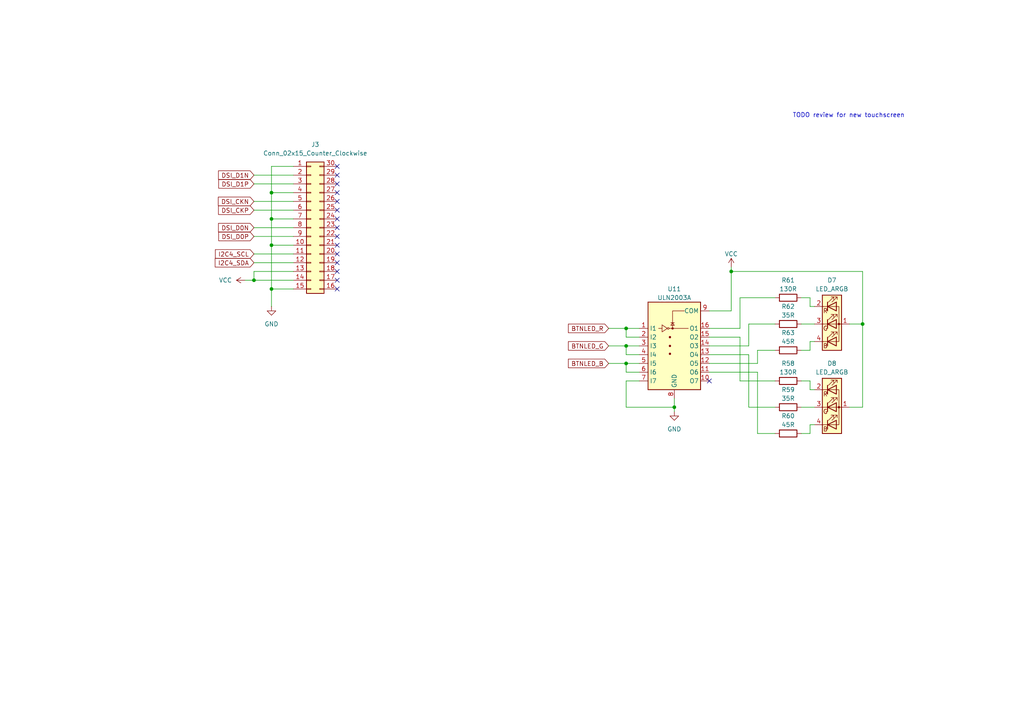
<source format=kicad_sch>
(kicad_sch (version 20231120) (generator "eeschema") (generator_version "8.0")
  (paper "A4")
  (lib_symbols
    (symbol "Connector_Generic:Conn_02x15_Counter_Clockwise" (pin_names (offset 1.016) hide)
      (property "Reference" "J" (at 1.27 20.32 0))
      (property "Value" "Conn_02x15_Counter_Clockwise" (at 1.27 -20.32 0))
      (symbol "Conn_02x15_Counter_Clockwise_1_1"
        (rectangle (start -1.27 -17.653) (end 0 -17.907) (stroke (width 0.1524)))
        (rectangle (start -1.27 -15.113) (end 0 -15.367) (stroke (width 0.1524)))
        (rectangle (start -1.27 -12.573) (end 0 -12.827) (stroke (width 0.1524)))
        (rectangle (start -1.27 -10.033) (end 0 -10.287) (stroke (width 0.1524)))
        (rectangle (start -1.27 -7.493) (end 0 -7.747) (stroke (width 0.1524)))
        (rectangle (start -1.27 -4.953) (end 0 -5.207) (stroke (width 0.1524)))
        (rectangle (start -1.27 -2.413) (end 0 -2.667) (stroke (width 0.1524)))
        (rectangle (start -1.27 0.127) (end 0 -0.127) (stroke (width 0.1524)))
        (rectangle (start -1.27 2.667) (end 0 2.413) (stroke (width 0.1524)))
        (rectangle (start -1.27 5.207) (end 0 4.953) (stroke (width 0.1524)))
        (rectangle (start -1.27 7.747) (end 0 7.493) (stroke (width 0.1524)))
        (rectangle (start -1.27 10.287) (end 0 10.033) (stroke (width 0.1524)))
        (rectangle (start -1.27 12.827) (end 0 12.573) (stroke (width 0.1524)))
        (rectangle (start -1.27 15.367) (end 0 15.113) (stroke (width 0.1524)))
        (rectangle (start -1.27 17.907) (end 0 17.653) (stroke (width 0.1524)))
        (rectangle (start -1.27 19.05) (end 3.81 -19.05) (stroke (width 0.254)) (fill (type background)))
        (rectangle (start 3.81 -17.653) (end 2.54 -17.907) (stroke (width 0.1524)))
        (rectangle (start 3.81 -15.113) (end 2.54 -15.367) (stroke (width 0.1524)))
        (rectangle (start 3.81 -12.573) (end 2.54 -12.827) (stroke (width 0.1524)))
        (rectangle (start 3.81 -10.033) (end 2.54 -10.287) (stroke (width 0.1524)))
        (rectangle (start 3.81 -7.493) (end 2.54 -7.747) (stroke (width 0.1524)))
        (rectangle (start 3.81 -4.953) (end 2.54 -5.207) (stroke (width 0.1524)))
        (rectangle (start 3.81 -2.413) (end 2.54 -2.667) (stroke (width 0.1524)))
        (rectangle (start 3.81 0.127) (end 2.54 -0.127) (stroke (width 0.1524)))
        (rectangle (start 3.81 2.667) (end 2.54 2.413) (stroke (width 0.1524)))
        (rectangle (start 3.81 5.207) (end 2.54 4.953) (stroke (width 0.1524)))
        (rectangle (start 3.81 7.747) (end 2.54 7.493) (stroke (width 0.1524)))
        (rectangle (start 3.81 10.287) (end 2.54 10.033) (stroke (width 0.1524)))
        (rectangle (start 3.81 12.827) (end 2.54 12.573) (stroke (width 0.1524)))
        (rectangle (start 3.81 15.367) (end 2.54 15.113) (stroke (width 0.1524)))
        (rectangle (start 3.81 17.907) (end 2.54 17.653) (stroke (width 0.1524)))
        (pin passive line (at -5.08 17.78 0) (length 3.81) (name "Pin_1") (number "1"))
        (pin passive line (at -5.08 -5.08 0) (length 3.81) (name "Pin_10") (number "10"))
        (pin passive line (at -5.08 -7.62 0) (length 3.81) (name "Pin_11") (number "11"))
        (pin passive line (at -5.08 -10.16 0) (length 3.81) (name "Pin_12") (number "12"))
        (pin passive line (at -5.08 -12.7 0) (length 3.81) (name "Pin_13") (number "13"))
        (pin passive line (at -5.08 -15.24 0) (length 3.81) (name "Pin_14") (number "14"))
        (pin passive line (at -5.08 -17.78 0) (length 3.81) (name "Pin_15") (number "15"))
        (pin passive line (at 7.62 -17.78 180) (length 3.81) (name "Pin_16") (number "16"))
        (pin passive line (at 7.62 -15.24 180) (length 3.81) (name "Pin_17") (number "17"))
        (pin passive line (at 7.62 -12.7 180) (length 3.81) (name "Pin_18") (number "18"))
        (pin passive line (at 7.62 -10.16 180) (length 3.81) (name "Pin_19") (number "19"))
        (pin passive line (at -5.08 15.24 0) (length 3.81) (name "Pin_2") (number "2"))
        (pin passive line (at 7.62 -7.62 180) (length 3.81) (name "Pin_20") (number "20"))
        (pin passive line (at 7.62 -5.08 180) (length 3.81) (name "Pin_21") (number "21"))
        (pin passive line (at 7.62 -2.54 180) (length 3.81) (name "Pin_22") (number "22"))
        (pin passive line (at 7.62 0 180) (length 3.81) (name "Pin_23") (number "23"))
        (pin passive line (at 7.62 2.54 180) (length 3.81) (name "Pin_24") (number "24"))
        (pin passive line (at 7.62 5.08 180) (length 3.81) (name "Pin_25") (number "25"))
        (pin passive line (at 7.62 7.62 180) (length 3.81) (name "Pin_26") (number "26"))
        (pin passive line (at 7.62 10.16 180) (length 3.81) (name "Pin_27") (number "27"))
        (pin passive line (at 7.62 12.7 180) (length 3.81) (name "Pin_28") (number "28"))
        (pin passive line (at 7.62 15.24 180) (length 3.81) (name "Pin_29") (number "29"))
        (pin passive line (at -5.08 12.7 0) (length 3.81) (name "Pin_3") (number "3"))
        (pin passive line (at 7.62 17.78 180) (length 3.81) (name "Pin_30") (number "30"))
        (pin passive line (at -5.08 10.16 0) (length 3.81) (name "Pin_4") (number "4"))
        (pin passive line (at -5.08 7.62 0) (length 3.81) (name "Pin_5") (number "5"))
        (pin passive line (at -5.08 5.08 0) (length 3.81) (name "Pin_6") (number "6"))
        (pin passive line (at -5.08 2.54 0) (length 3.81) (name "Pin_7") (number "7"))
        (pin passive line (at -5.08 0 0) (length 3.81) (name "Pin_8") (number "8"))
        (pin passive line (at -5.08 -2.54 0) (length 3.81) (name "Pin_9") (number "9"))
      )
    )
    (symbol "Device:LED_ARGB" (pin_names (offset 0) hide)
      (property "Reference" "D" (at 0 9.398 0))
      (property "Value" "LED_ARGB" (at 0 -8.89 0))
      (symbol "LED_ARGB_0_0"
        (text "B" (at -1.905 -6.35 0) (effects (font (size 1.27 1.27))))
        (text "G" (at -1.905 -1.27 0) (effects (font (size 1.27 1.27))))
        (text "R" (at -1.905 3.81 0) (effects (font (size 1.27 1.27))))
      )
      (symbol "LED_ARGB_0_1"
        (polyline (pts (xy -1.27 -5.08) (xy -2.54 -5.08)))
        (polyline (pts (xy -1.27 -5.08) (xy 1.27 -5.08)))
        (polyline (pts (xy -1.27 -3.81) (xy -1.27 -6.35)) (stroke (width 0.254)))
        (polyline (pts (xy -1.27 0) (xy -2.54 0)))
        (polyline (pts (xy -1.27 1.27) (xy -1.27 -1.27)) (stroke (width 0.254)))
        (polyline (pts (xy -1.27 5.08) (xy -2.54 5.08)))
        (polyline (pts (xy -1.27 5.08) (xy 1.27 5.08)))
        (polyline (pts (xy -1.27 6.35) (xy -1.27 3.81)) (stroke (width 0.254)))
        (polyline (pts (xy 1.27 0) (xy -1.27 0)))
        (polyline (pts (xy 1.27 0) (xy 2.54 0)))
        (polyline (pts (xy -1.27 1.27) (xy -1.27 -1.27) (xy -1.27 -1.27)))
        (polyline (pts (xy -1.27 6.35) (xy -1.27 3.81) (xy -1.27 3.81)))
        (polyline (pts (xy 1.27 -5.08) (xy 2.032 -5.08) (xy 2.032 5.08) (xy 1.27 5.08)))
        (polyline (pts (xy 1.27 -3.81) (xy 1.27 -6.35) (xy -1.27 -5.08) (xy 1.27 -3.81)) (stroke (width 0.254)))
        (polyline (pts (xy 1.27 1.27) (xy 1.27 -1.27) (xy -1.27 0) (xy 1.27 1.27)) (stroke (width 0.254)))
        (polyline (pts (xy 1.27 6.35) (xy 1.27 3.81) (xy -1.27 5.08) (xy 1.27 6.35)) (stroke (width 0.254)))
        (polyline (pts (xy -1.016 -3.81) (xy 0.508 -2.286) (xy -0.254 -2.286) (xy 0.508 -2.286) (xy 0.508 -3.048)))
        (polyline (pts (xy -1.016 1.27) (xy 0.508 2.794) (xy -0.254 2.794) (xy 0.508 2.794) (xy 0.508 2.032)))
        (polyline (pts (xy -1.016 6.35) (xy 0.508 7.874) (xy -0.254 7.874) (xy 0.508 7.874) (xy 0.508 7.112)))
        (polyline (pts (xy 0 -3.81) (xy 1.524 -2.286) (xy 0.762 -2.286) (xy 1.524 -2.286) (xy 1.524 -3.048)))
        (polyline (pts (xy 0 1.27) (xy 1.524 2.794) (xy 0.762 2.794) (xy 1.524 2.794) (xy 1.524 2.032)))
        (polyline (pts (xy 0 6.35) (xy 1.524 7.874) (xy 0.762 7.874) (xy 1.524 7.874) (xy 1.524 7.112)))
        (rectangle (start 1.27 -1.27) (end 1.27 1.27))
        (rectangle (start 1.27 1.27) (end 1.27 1.27))
        (rectangle (start 1.27 3.81) (end 1.27 6.35))
        (rectangle (start 1.27 6.35) (end 1.27 6.35))
        (circle (center 2.032 0) (radius 0.254) (fill (type outline)))
        (rectangle (start 2.794 8.382) (end -2.794 -7.62) (stroke (width 0.254)) (fill (type background)))
      )
      (symbol "LED_ARGB_1_1"
        (pin passive line (at 5.08 0 180) (length 2.54) (name "A") (number "1"))
        (pin passive line (at -5.08 5.08 0) (length 2.54) (name "RK") (number "2"))
        (pin passive line (at -5.08 0 0) (length 2.54) (name "GK") (number "3"))
        (pin passive line (at -5.08 -5.08 0) (length 2.54) (name "BK") (number "4"))
      )
    )
    (symbol "Device:R" (pin_numbers hide) (pin_names (offset 0))
      (property "Reference" "R" (at 2.032 0 90))
      (property "Value" "R" (at 0 0 90))
      (symbol "R_0_1"
        (rectangle (start -1.016 -2.54) (end 1.016 2.54) (stroke (width 0.254)))
      )
      (symbol "R_1_1"
        (pin passive line (at 0 3.81 270) (length 1.27) (name "~") (number "1"))
        (pin passive line (at 0 -3.81 90) (length 1.27) (name "~") (number "2"))
      )
    )
    (symbol "GND_1" (power) (pin_numbers hide) (pin_names (offset 0) hide)
      (property "Value" "GND" (at 0 -3.81 0))
      (symbol "GND_1_0_1"
        (polyline (pts (xy 0 0) (xy 0 -1.27) (xy 1.27 -1.27) (xy 0 -2.54) (xy -1.27 -1.27) (xy 0 -1.27)))
      )
      (symbol "GND_1_1_1"
        (pin power_in line (at 0 0 270) (length 0) (name "~") (number "1"))
      )
    )
    (symbol "Transistor_Array:ULN2003A"
      (property "Reference" "U" (at 0 15.875 0))
      (property "Value" "ULN2003A" (at 0 13.97 0))
      (symbol "ULN2003A_0_1"
        (rectangle (start -7.62 -12.7) (end 7.62 12.7) (stroke (width 0.254)) (fill (type background)))
        (circle (center -1.778 5.08) (radius 0.254))
        (circle (center -1.27 -2.286) (radius 0.254) (fill (type outline)))
        (circle (center -1.27 0) (radius 0.254) (fill (type outline)))
        (circle (center -1.27 2.54) (radius 0.254) (fill (type outline)))
        (circle (center -0.508 5.08) (radius 0.254) (fill (type outline)))
        (polyline (pts (xy -4.572 5.08) (xy -3.556 5.08)))
        (polyline (pts (xy -1.524 5.08) (xy 4.064 5.08)))
        (polyline (pts (xy 0 6.731) (xy -1.016 6.731)))
        (polyline (pts (xy -0.508 5.08) (xy -0.508 10.16) (xy 2.921 10.16)))
        (polyline (pts (xy -3.556 6.096) (xy -3.556 4.064) (xy -2.032 5.08) (xy -3.556 6.096)))
        (polyline (pts (xy 0 5.969) (xy -1.016 5.969) (xy -0.508 6.731) (xy 0 5.969)))
      )
      (symbol "ULN2003A_1_1"
        (pin input line (at -10.16 5.08 0) (length 2.54) (name "I1") (number "1"))
        (pin open_collector line (at 10.16 -10.16 180) (length 2.54) (name "O7") (number "10"))
        (pin open_collector line (at 10.16 -7.62 180) (length 2.54) (name "O6") (number "11"))
        (pin open_collector line (at 10.16 -5.08 180) (length 2.54) (name "O5") (number "12"))
        (pin open_collector line (at 10.16 -2.54 180) (length 2.54) (name "O4") (number "13"))
        (pin open_collector line (at 10.16 0 180) (length 2.54) (name "O3") (number "14"))
        (pin open_collector line (at 10.16 2.54 180) (length 2.54) (name "O2") (number "15"))
        (pin open_collector line (at 10.16 5.08 180) (length 2.54) (name "O1") (number "16"))
        (pin input line (at -10.16 2.54 0) (length 2.54) (name "I2") (number "2"))
        (pin input line (at -10.16 0 0) (length 2.54) (name "I3") (number "3"))
        (pin input line (at -10.16 -2.54 0) (length 2.54) (name "I4") (number "4"))
        (pin input line (at -10.16 -5.08 0) (length 2.54) (name "I5") (number "5"))
        (pin input line (at -10.16 -7.62 0) (length 2.54) (name "I6") (number "6"))
        (pin input line (at -10.16 -10.16 0) (length 2.54) (name "I7") (number "7"))
        (pin power_in line (at 0 -15.24 90) (length 2.54) (name "GND") (number "8"))
        (pin passive line (at 10.16 10.16 180) (length 2.54) (name "COM") (number "9"))
      )
    )
    (symbol "VCC_1" (power) (pin_numbers hide) (pin_names (offset 0) hide)
      (property "Value" "VCC" (at 0 3.556 0))
      (symbol "VCC_1_0_1"
        (polyline (pts (xy -0.762 1.27) (xy 0 2.54)))
        (polyline (pts (xy 0 0) (xy 0 2.54)))
        (polyline (pts (xy 0 2.54) (xy 0.762 1.27)))
      )
      (symbol "VCC_1_1_1"
        (pin power_in line (at 0 0 90) (length 0) (name "~") (number "1"))
      )
    )
    (symbol "power:GND" (power) (pin_names (offset 0))
      (property "Value" "GND" (at 0 -3.81 0))
      (symbol "GND_0_1"
        (polyline (pts (xy 0 0) (xy 0 -1.27) (xy 1.27 -1.27) (xy 0 -2.54) (xy -1.27 -1.27) (xy 0 -1.27)))
      )
      (symbol "GND_1_1"
        (pin power_in line (at 0 0 270) (length 0) hide (name "GND") (number "1"))
      )
    )
    (symbol "power:VCC" (power) (pin_names (offset 0))
      (property "Value" "VCC" (at 0 3.81 0))
      (symbol "VCC_0_1"
        (polyline (pts (xy -0.762 1.27) (xy 0 2.54)))
        (polyline (pts (xy 0 0) (xy 0 2.54)))
        (polyline (pts (xy 0 2.54) (xy 0.762 1.27)))
      )
      (symbol "VCC_1_1"
        (pin power_in line (at 0 0 90) (length 0) hide (name "VCC") (number "1"))
      )
    )
  )
  (junction (at 181.61 100.33))
  (junction (at 78.74 83.82))
  (junction (at 73.66 81.28))
  (junction (at 250.19 93.98))
  (junction (at 78.74 63.5))
  (junction (at 181.61 95.25))
  (junction (at 212.09 78.74))
  (junction (at 78.74 55.88))
  (junction (at 78.74 71.12))
  (junction (at 181.61 105.41))
  (junction (at 195.58 118.11))
  (no_connect (at 97.79 48.26))
  (no_connect (at 97.79 50.8))
  (no_connect (at 97.79 55.88))
  (no_connect (at 97.79 53.34))
  (no_connect (at 97.79 81.28))
  (no_connect (at 97.79 71.12))
  (no_connect (at 97.79 58.42))
  (no_connect (at 97.79 73.66))
  (no_connect (at 97.79 68.58))
  (no_connect (at 97.79 76.2))
  (no_connect (at 97.79 78.74))
  (no_connect (at 97.79 63.5))
  (no_connect (at 97.79 60.96))
  (no_connect (at 97.79 66.04))
  (no_connect (at 97.79 83.82))
  (no_connect (at 205.74 110.49))
  (wire (pts (xy 195.58 119.38) (xy 195.58 118.11)))
  (wire (pts (xy 232.41 93.98) (xy 236.22 93.98)))
  (wire (pts (xy 73.66 78.74) (xy 73.66 81.28)))
  (wire (pts (xy 181.61 110.49) (xy 185.42 110.49)))
  (wire (pts (xy 250.19 78.74) (xy 212.09 78.74)))
  (wire (pts (xy 212.09 90.17) (xy 205.74 90.17)))
  (wire (pts (xy 250.19 93.98) (xy 250.19 78.74)))
  (wire (pts (xy 78.74 48.26) (xy 78.74 55.88)))
  (wire (pts (xy 73.66 81.28) (xy 71.12 81.28)))
  (wire (pts (xy 205.74 97.79) (xy 214.63 97.79)))
  (wire (pts (xy 234.95 125.73) (xy 234.95 123.19)))
  (wire (pts (xy 85.09 63.5) (xy 78.74 63.5)))
  (wire (pts (xy 78.74 63.5) (xy 78.74 71.12)))
  (wire (pts (xy 181.61 100.33) (xy 185.42 100.33)))
  (wire (pts (xy 217.17 118.11) (xy 217.17 102.87)))
  (wire (pts (xy 73.66 50.8) (xy 85.09 50.8)))
  (wire (pts (xy 181.61 102.87) (xy 185.42 102.87)))
  (wire (pts (xy 85.09 71.12) (xy 78.74 71.12)))
  (wire (pts (xy 217.17 100.33) (xy 205.74 100.33)))
  (wire (pts (xy 181.61 100.33) (xy 181.61 102.87)))
  (wire (pts (xy 212.09 78.74) (xy 212.09 90.17)))
  (wire (pts (xy 214.63 86.36) (xy 214.63 95.25)))
  (wire (pts (xy 232.41 125.73) (xy 234.95 125.73)))
  (wire (pts (xy 181.61 105.41) (xy 185.42 105.41)))
  (wire (pts (xy 234.95 88.9) (xy 236.22 88.9)))
  (wire (pts (xy 73.66 60.96) (xy 85.09 60.96)))
  (wire (pts (xy 181.61 118.11) (xy 181.61 110.49)))
  (wire (pts (xy 224.79 125.73) (xy 219.71 125.73)))
  (wire (pts (xy 234.95 99.06) (xy 236.22 99.06)))
  (wire (pts (xy 85.09 83.82) (xy 78.74 83.82)))
  (wire (pts (xy 73.66 53.34) (xy 85.09 53.34)))
  (wire (pts (xy 73.66 66.04) (xy 85.09 66.04)))
  (wire (pts (xy 176.53 105.41) (xy 181.61 105.41)))
  (wire (pts (xy 234.95 113.03) (xy 236.22 113.03)))
  (wire (pts (xy 181.61 95.25) (xy 181.61 97.79)))
  (wire (pts (xy 78.74 71.12) (xy 78.74 83.82)))
  (wire (pts (xy 195.58 118.11) (xy 195.58 115.57)))
  (wire (pts (xy 181.61 95.25) (xy 185.42 95.25)))
  (wire (pts (xy 246.38 118.11) (xy 250.19 118.11)))
  (wire (pts (xy 73.66 73.66) (xy 85.09 73.66)))
  (wire (pts (xy 232.41 110.49) (xy 234.95 110.49)))
  (wire (pts (xy 224.79 93.98) (xy 217.17 93.98)))
  (wire (pts (xy 85.09 78.74) (xy 73.66 78.74)))
  (wire (pts (xy 73.66 58.42) (xy 85.09 58.42)))
  (wire (pts (xy 224.79 86.36) (xy 214.63 86.36)))
  (wire (pts (xy 195.58 118.11) (xy 181.61 118.11)))
  (wire (pts (xy 234.95 110.49) (xy 234.95 113.03)))
  (wire (pts (xy 214.63 110.49) (xy 224.79 110.49)))
  (wire (pts (xy 85.09 55.88) (xy 78.74 55.88)))
  (wire (pts (xy 219.71 107.95) (xy 205.74 107.95)))
  (wire (pts (xy 214.63 97.79) (xy 214.63 110.49)))
  (wire (pts (xy 73.66 81.28) (xy 85.09 81.28)))
  (wire (pts (xy 73.66 68.58) (xy 85.09 68.58)))
  (wire (pts (xy 217.17 102.87) (xy 205.74 102.87)))
  (wire (pts (xy 250.19 118.11) (xy 250.19 93.98)))
  (wire (pts (xy 181.61 105.41) (xy 181.61 107.95)))
  (wire (pts (xy 73.66 76.2) (xy 85.09 76.2)))
  (wire (pts (xy 214.63 95.25) (xy 205.74 95.25)))
  (wire (pts (xy 232.41 101.6) (xy 234.95 101.6)))
  (wire (pts (xy 205.74 105.41) (xy 219.71 105.41)))
  (wire (pts (xy 232.41 86.36) (xy 234.95 86.36)))
  (wire (pts (xy 234.95 101.6) (xy 234.95 99.06)))
  (wire (pts (xy 181.61 107.95) (xy 185.42 107.95)))
  (wire (pts (xy 234.95 86.36) (xy 234.95 88.9)))
  (wire (pts (xy 217.17 93.98) (xy 217.17 100.33)))
  (wire (pts (xy 176.53 100.33) (xy 181.61 100.33)))
  (wire (pts (xy 78.74 83.82) (xy 78.74 88.9)))
  (wire (pts (xy 176.53 95.25) (xy 181.61 95.25)))
  (wire (pts (xy 224.79 101.6) (xy 219.71 101.6)))
  (wire (pts (xy 219.71 125.73) (xy 219.71 107.95)))
  (wire (pts (xy 181.61 97.79) (xy 185.42 97.79)))
  (wire (pts (xy 212.09 77.47) (xy 212.09 78.74)))
  (wire (pts (xy 219.71 101.6) (xy 219.71 105.41)))
  (wire (pts (xy 224.79 118.11) (xy 217.17 118.11)))
  (wire (pts (xy 232.41 118.11) (xy 236.22 118.11)))
  (wire (pts (xy 85.09 48.26) (xy 78.74 48.26)))
  (wire (pts (xy 234.95 123.19) (xy 236.22 123.19)))
  (wire (pts (xy 246.38 93.98) (xy 250.19 93.98)))
  (wire (pts (xy 78.74 55.88) (xy 78.74 63.5)))
  (text "TODO review for new touchscreen" (at 229.87 34.29 0) (effects (font (size 1.27 1.27)) (justify left bottom)))
  (global_label "DSI_D0P" (shape input) (at 73.66 68.58 180) (property "Intersheetrefs" "${INTERSHEET_REFS}" (effects (hide yes))))
  (global_label "DSI_D1N" (shape input) (at 73.66 50.8 180) (property "Intersheetrefs" "${INTERSHEET_REFS}" (effects (hide yes))))
  (global_label "DSI_D1P" (shape input) (at 73.66 53.34 180) (property "Intersheetrefs" "${INTERSHEET_REFS}" (effects (hide yes))))
  (global_label "DSI_D0N" (shape input) (at 73.66 66.04 180) (property "Intersheetrefs" "${INTERSHEET_REFS}" (effects (hide yes))))
  (global_label "BTNLED_G" (shape input) (at 176.53 100.33 180) (property "Intersheetrefs" "${INTERSHEET_REFS}" (effects (hide yes))))
  (global_label "DSI_CKP" (shape input) (at 73.66 60.96 180) (property "Intersheetrefs" "${INTERSHEET_REFS}" (effects (hide yes))))
  (global_label "I2C4_SDA" (shape input) (at 73.66 76.2 180) (property "Intersheetrefs" "${INTERSHEET_REFS}" (effects (hide yes))))
  (global_label "I2C4_SCL" (shape input) (at 73.66 73.66 180) (property "Intersheetrefs" "${INTERSHEET_REFS}" (effects (hide yes))))
  (global_label "BTNLED_B" (shape input) (at 176.53 105.41 180) (property "Intersheetrefs" "${INTERSHEET_REFS}" (effects (hide yes))))
  (global_label "DSI_CKN" (shape input) (at 73.66 58.42 180) (property "Intersheetrefs" "${INTERSHEET_REFS}" (effects (hide yes))))
  (global_label "BTNLED_R" (shape input) (at 176.53 95.25 180) (property "Intersheetrefs" "${INTERSHEET_REFS}" (effects (hide yes))))
  (symbol (lib_id "Device:R") (at 228.6 118.11 270) (unit 1)
    (property "Reference" "R59" (at 228.6 113.03 90))
    (property "Value" "35R" (at 228.6 115.57 90))
    (property "Footprint" "Resistor_SMD:R_0603_1608Metric" (effects (hide yes)))
  )
  (symbol (lib_id "Device:R") (at 228.6 101.6 270) (unit 1)
    (property "Reference" "R63" (at 228.6 96.52 90))
    (property "Value" "45R" (at 228.6 99.06 90))
    (property "Footprint" "Resistor_SMD:R_0603_1608Metric" (effects (hide yes)))
  )
  (symbol (lib_id "Device:LED_ARGB") (at 241.3 118.11 0) (unit 1)
    (property "Reference" "D8" (at 241.3 105.41 0))
    (property "Value" "LED_ARGB" (at 241.3 107.95 0))
    (property "Footprint" "LED_SMD:LED_ASMB-KTF0-0A306" (effects (hide yes)))
  )
  (symbol (lib_id "Device:R") (at 228.6 125.73 270) (unit 1)
    (property "Reference" "R60" (at 228.6 120.65 90))
    (property "Value" "45R" (at 228.6 123.19 90))
    (property "Footprint" "Resistor_SMD:R_0603_1608Metric" (effects (hide yes)))
  )
  (symbol (lib_id "Connector_Generic:Conn_02x15_Counter_Clockwise") (at 90.17 66.04 0) (unit 1)
    (property "Reference" "J3" (at 91.44 41.91 0))
    (property "Value" "Conn_02x15_Counter_Clockwise" (at 91.44 44.45 0))
    (property "Description" "Generic connector, double row, 02x15, counter clockwise pin numbering scheme (similar to DIP package numbering), script generated (kicad-library-utils/schlib/autogen/connector/)" (effects (hide yes)))
  )
  (symbol (lib_id "power:GND") (at 195.58 119.38 0) (unit 1)
    (property "Reference" "#PWR074" (effects (hide yes)))
    (property "Value" "GND" (at 195.58 124.46 0))
  )
  (symbol (lib_id "Device:R") (at 228.6 86.36 270) (unit 1)
    (property "Reference" "R61" (at 228.6 81.28 90))
    (property "Value" "130R" (at 228.6 83.82 90))
    (property "Footprint" "Resistor_SMD:R_0603_1608Metric" (effects (hide yes)))
  )
  (symbol (lib_id "Transistor_Array:ULN2003A") (at 195.58 100.33 0) (unit 1)
    (property "Reference" "U11" (at 195.58 83.82 0))
    (property "Value" "ULN2003A" (at 195.58 86.36 0))
    (property "Footprint" "Package_SO:SOIC-16W_5.3x10.2mm_P1.27mm" (effects (hide yes)))
    (property "Datasheet" "http://www.ti.com/lit/ds/symlink/uln2003a.pdf" (effects (hide yes)))
  )
  (symbol (lib_name "GND_1") (lib_id "power:GND") (at 78.74 88.9 0) (unit 1)
    (property "Reference" "#PWR012" (effects (hide yes)))
    (property "Value" "GND" (at 78.74 93.98 0))
    (property "Description" "Power symbol creates a global label with name \"GND\" , ground" (effects (hide yes)))
  )
  (symbol (lib_id "Device:R") (at 228.6 93.98 270) (unit 1)
    (property "Reference" "R62" (at 228.6 88.9 90))
    (property "Value" "35R" (at 228.6 91.44 90))
    (property "Footprint" "Resistor_SMD:R_0603_1608Metric" (effects (hide yes)))
  )
  (symbol (lib_id "power:VCC") (at 212.09 77.47 0) (unit 1)
    (property "Reference" "#PWR075" (effects (hide yes)))
    (property "Value" "VCC" (at 212.09 73.66 0))
  )
  (symbol (lib_id "Device:LED_ARGB") (at 241.3 93.98 0) (unit 1)
    (property "Reference" "D7" (at 241.3 81.28 0))
    (property "Value" "LED_ARGB" (at 241.3 83.82 0))
    (property "Footprint" "LED_SMD:LED_ASMB-KTF0-0A306" (effects (hide yes)))
  )
  (symbol (lib_name "VCC_1") (lib_id "power:VCC") (at 71.12 81.28 90) (unit 1)
    (property "Reference" "#PWR013" (effects (hide yes)))
    (property "Value" "VCC" (at 67.31 81.2799 90) (effects (justify left)))
    (property "Description" "Power symbol creates a global label with name \"VCC\"" (effects (hide yes)))
  )
  (symbol (lib_id "Device:R") (at 228.6 110.49 270) (unit 1)
    (property "Reference" "R58" (at 228.6 105.41 90))
    (property "Value" "130R" (at 228.6 107.95 90))
    (property "Footprint" "Resistor_SMD:R_0603_1608Metric" (effects (hide yes)))
  )
)
</source>
